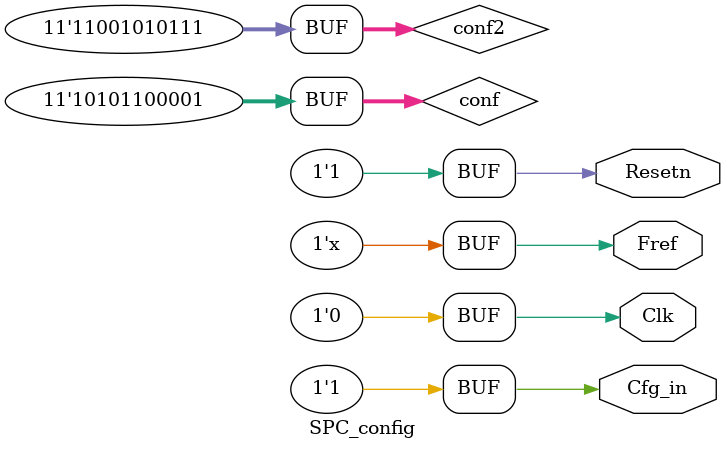
<source format=v>
/**************************************
* Module: SPC_config
* Date:2015-07-02  
* Author: saul     
*
* Description: 
***************************************/
module  SPC_config(
Fref,
Cfg_in,
Clk,
Resetn
);

output Fref;
output Cfg_in;
output Clk;
output Resetn; 

//Lines to drive
//reg Clk, Resetn, Cfg_in, Strobe;
reg Clk, Resetn, Cfg_in, Fref;


//Output signals

parameter cycle = 2000; // 2000 ns -> 500 kHz

parameter [10:0] confWord  = 11'b10101100001; //0x561
parameter [10:0] confWord2 = 11'b11001010111; //0x657
reg [10:0] conf;
reg [10:0] conf2;


initial begin
    
    conf = confWord;
    conf2 = confWord2;
    
    Clk = 0;
    Resetn = 1;
    Cfg_in = 0;
    Fref = 0;
//    Strobe = 0;
    
    // Global Reset 
    #1 Resetn = 0;
    #10 Resetn = 1; 

    #10 Clk = 0; Cfg_in = conf[0]; 
    #10 Clk = 1;    
    #10 Clk = 0; Cfg_in = conf[1];
    #10 Clk = 1;
    #10 Clk = 0; Cfg_in = conf[2];
    #10 Clk = 1;
    #10 Clk = 0; Cfg_in = conf[3];
    #10 Clk = 1;
    #10 Clk = 0; Cfg_in = conf[4];
    #10 Clk = 1;
    #10 Clk = 0; Cfg_in = conf[5];
    #10 Clk = 1;
    #10 Clk = 0; Cfg_in = conf[6];
    #10 Clk = 1;
    #10 Clk = 0; Cfg_in = conf[7];
    #10 Clk = 1;
    #10 Clk = 0; Cfg_in = conf[8];
    #10 Clk = 1;
    #10 Clk = 0; Cfg_in = conf[9];
    #10 Clk = 1;
    #10 Clk = 0; Cfg_in = conf[10];
    #10 Clk = 1;
    #10 Clk = 0;
    
/*    //Second word
    #15 Resetn = 0;
    #2 Resetn = 1;
    #1 Cfg_in = conf2[0];
    #10 Cfg_in = conf2[1];
    #10 Cfg_in = conf2[2];
    #10 Cfg_in = conf2[3];
    #10 Cfg_in = conf2[4];
    #10 Cfg_in = conf2[5];
    #10 Cfg_in = conf2[6];
    #10 Cfg_in = conf2[7];
    #10 Cfg_in = conf2[8];
    #10 Cfg_in = conf2[9];
    #10 Cfg_in = conf2[10];
    
  //  #5 Strobe = 1;
  //  #50 $finish;    
    
*/
end

always #(cycle/2) Fref = ~Fref;



endmodule


</source>
